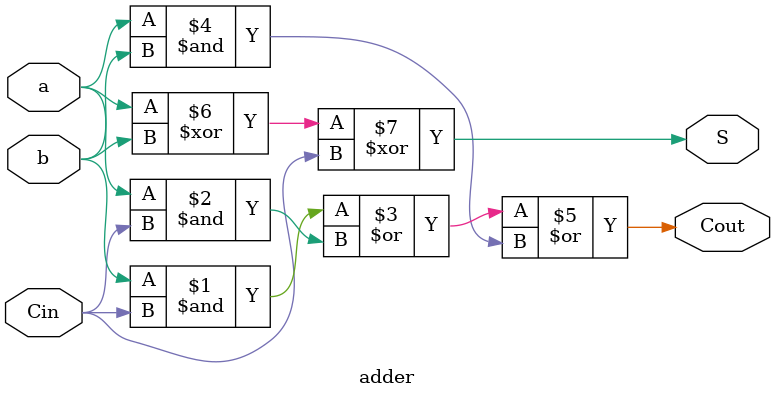
<source format=v>
`timescale 1ns / 1ps


module adder(
    input a, b, Cin,
    output S, Cout
);
    assign Cout = (b&Cin) | (a&Cin) | (a&b);
    assign S = (a ^ b ^ Cin);
endmodule

</source>
